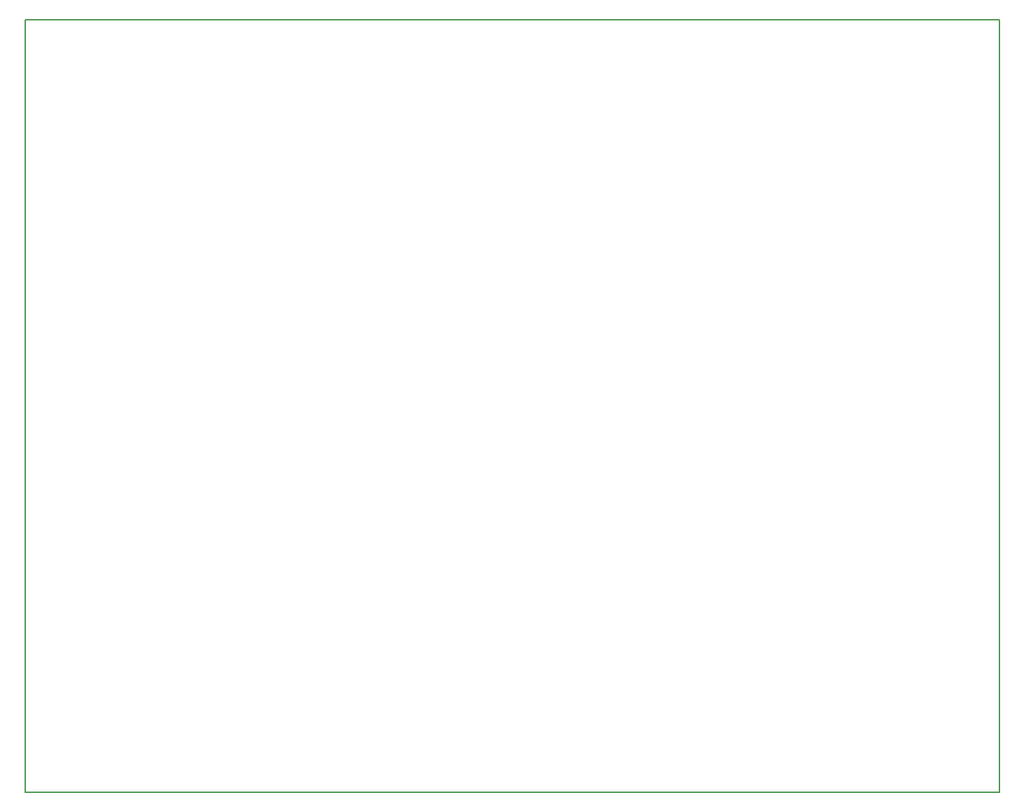
<source format=gbr>
G04 #@! TF.FileFunction,Profile,NP*
%FSLAX46Y46*%
G04 Gerber Fmt 4.6, Leading zero omitted, Abs format (unit mm)*
G04 Created by KiCad (PCBNEW 4.0.7) date 05/15/18 18:49:16*
%MOMM*%
%LPD*%
G01*
G04 APERTURE LIST*
%ADD10C,0.100000*%
%ADD11C,0.150000*%
G04 APERTURE END LIST*
D10*
D11*
X90000000Y-155000000D02*
X90000000Y-59000000D01*
X211000000Y-155000000D02*
X90000000Y-155000000D01*
X211000000Y-59000000D02*
X211000000Y-155000000D01*
X90000000Y-59000000D02*
X211000000Y-59000000D01*
M02*

</source>
